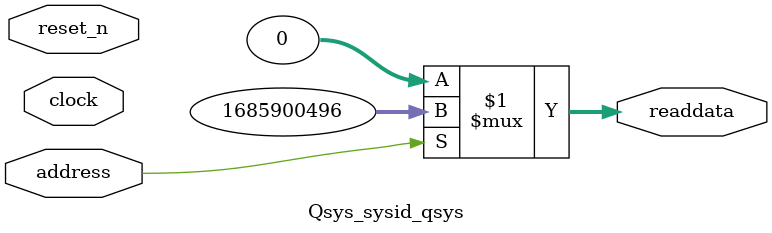
<source format=v>



// synthesis translate_off
`timescale 1ns / 1ps
// synthesis translate_on

// turn off superfluous verilog processor warnings 
// altera message_level Level1 
// altera message_off 10034 10035 10036 10037 10230 10240 10030 

module Qsys_sysid_qsys (
               // inputs:
                address,
                clock,
                reset_n,

               // outputs:
                readdata
             )
;

  output  [ 31: 0] readdata;
  input            address;
  input            clock;
  input            reset_n;

  wire    [ 31: 0] readdata;
  //control_slave, which is an e_avalon_slave
  assign readdata = address ? 1685900496 : 0;

endmodule



</source>
